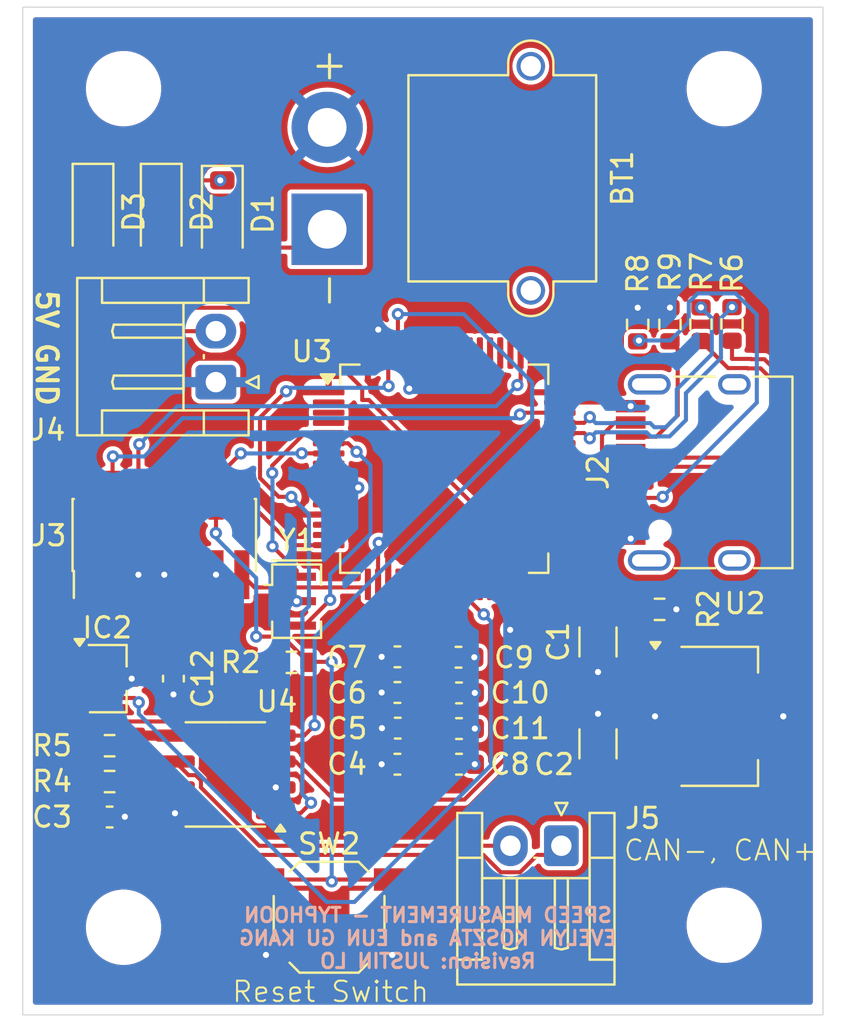
<source format=kicad_pcb>
(kicad_pcb (version 20240108) (generator "pcbnew") (generator_version "8.0")
  (layers (0 "F.Cu" signal) (31 "B.Cu" signal) (34 "B.Paste" user) (35 "F.Paste" user) (36 "B.SilkS" user "B.Silkscreen") (37 "F.SilkS" user "F.Silkscreen") (38 "B.Mask" user) (39 "F.Mask" user) (44 "Edge.Cuts" user))
  (net 0 "")
  (net 1 "+3V3")
  (net 2 "RESET_PROG")
  (net 3 "codeio")
  (net 5 "Net-(J1-CC1)")
  (net 6 "CAN_RX")
  (net 7 "CAN_TX")
  (net 10 "codeclk")
  (net 13 "GND")
  (net 14 "+5V")
  (net 15 "Prog_RX")
  (net 16 "Prog_TX")
  (net 17 "CAN-")
  (net 18 "CAN+")
  (net 19 "+BATT")
  (net 20 "5VA")
  (net 21 "Net-(C3-Pad1)")
  (net 22 "+5VD")
  (net 23 "Net-(J2-CC1)")
  (net 27 "/D-")
  (net 29 "Net-(J2-CC2)")
  (net 31 "/D+")
  (net 33 "Net-(IC2-OUTPUT)")
  (net 34 "USB-")
  (net 35 "USB+")
  (net 66 "Net-(U3-PF0)")
  (net 67 "Net-(U3-PF1)")
  (footprint "Capacitor_SMD:C_0603_1608Metric" (layer "F.Cu") (at 87.2 97.5)
    (property "Reference" "C4")
    (property "Value" "100n")
  )
  (footprint "Resistor_SMD:R_0603_1608Metric" (layer "F.Cu") (at 73.0656 96.5908)
    (property "Reference" "R5")
    (property "Value" "60")
  )
  (footprint "Resistor_SMD:R_0603_1608Metric" (layer "F.Cu") (at 100.584 75.9206 -90)
    (property "Reference" "R9")
    (property "Value" "5.1K")
  )
  (footprint "Capacitor_SMD:C_0603_1608Metric" (layer "F.Cu") (at 87.2 93.98)
    (property "Reference" "C6")
    (property "Value" "100n")
  )
  (footprint "Connector_USB:USB_C_Receptacle_HRO_TYPE-C-31-M-12" (layer "F.Cu") (at 102.7 83.18 90)
    (property "Reference" "J2")
    (property "Value" "USB_C_Receptacle_USB2.0")
  )
  (footprint "Capacitor_SMD:C_1206_3216Metric" (layer "F.Cu") (at 97.05 96.5 90)
    (property "Reference" "C2")
    (property "Value" "22u")
  )
  (footprint "Package_TO_SOT_SMD:SOT-223-3_TabPin2" (layer "F.Cu") (at 103 95.15)
    (property "Reference" "U2")
    (property "Value" "TS2940CW33_RPG")
  )
  (footprint "Diode_SMD:D_SOD-123" (layer "F.Cu") (at 78.6 70.5 -90)
    (property "Reference" "D1")
    (property "Value" "D_Schottky")
  )
  (footprint "Capacitor_SMD:C_1206_3216Metric" (layer "F.Cu") (at 97.05 91.5 -90)
    (property "Reference" "C1")
    (property "Value" "0.47u")
  )
  (footprint "Resistor_SMD:R_0603_1608Metric" (layer "F.Cu") (at 99 75.925 -90)
    (property "Reference" "R8")
    (property "Value" "5.1K")
  )
  (footprint "MountingHole:MountingHole_3.2mm_M3_ISO14580" (layer "F.Cu") (at 103.25 64.35)
    (property "Reference" "H1" (hide yes))
    (property "Value" "MountingHole")
  )
  (footprint "Capacitor_SMD:C_0603_1608Metric" (layer "F.Cu") (at 90.225 94 180)
    (property "Reference" "C10")
    (property "Value" "100n")
  )
  (footprint "Capacitor_SMD:C_0603_1608Metric" (layer "F.Cu") (at 87.2 92.23)
    (property "Reference" "C7")
    (property "Value" "100n")
  )
  (footprint "Resistor_SMD:R_0603_1608Metric" (layer "F.Cu") (at 103.632 75.8952 -90)
    (property "Reference" "R6")
    (property "Value" "22")
  )
  (footprint "Resistor_SMD:R_0603_1608Metric" (layer "F.Cu") (at 73.0656 98.3508 180)
    (property "Reference" "R4")
    (property "Value" "60")
  )
  (footprint "Resistor_SMD:R_0603_1608Metric" (layer "F.Cu") (at 82 92.5)
    (property "Reference" "R2")
    (property "Value" "10K")
  )
  (footprint "Diode_SMD:D_SOD-123" (layer "F.Cu") (at 72.25 70.4 -90)
    (property "Reference" "D3")
    (property "Value" "D_Schottky")
  )
  (footprint "Capacitor_SMD:C_0603_1608Metric" (layer "F.Cu") (at 90.225 97.5 180)
    (property "Reference" "C8")
    (property "Value" "10n")
  )
  (footprint "Connector_JST:JST_EH_S2B-EH_1x02_P2.50mm_Horizontal" (layer "F.Cu") (at 95.25 101.5 180)
    (property "Reference" "J5")
    (property "Value" "Conn_01x02_Pin")
  )
  (footprint "Button_Switch_SMD:SW_SPST_SKQG_WithStem" (layer "F.Cu") (at 83.8442 105.0078)
    (property "Reference" "SW2")
    (property "Value" "SW_Push")
  )
  (footprint "Resistor_SMD:R_0603_1608Metric" (layer "F.Cu") (at 102.108 75.9074 -90)
    (property "Reference" "R7")
    (property "Value" "22")
  )
  (footprint "Package_SO:SOIC-8_3.9x4.9mm_P1.27mm" (layer "F.Cu") (at 78.75 98 180)
    (property "Reference" "U4")
    (property "Value" "TJA1051T-3")
  )
  (footprint "Capacitor_SMD:C_0603_1608Metric" (layer "F.Cu") (at 87.215 95.73)
    (property "Reference" "C5")
    (property "Value" "100n")
  )
  (footprint "Diode_SMD:D_SOD-123" (layer "F.Cu") (at 75.6 70.4 -90)
    (property "Reference" "D2")
    (property "Value" "D_Schottky")
  )
  (footprint "MountingHole:MountingHole_3.2mm_M3_ISO14580" (layer "F.Cu") (at 73.75 64.35)
    (property "Reference" "H2" (hide yes))
    (property "Value" "MountingHole")
  )
  (footprint "MountingHole:MountingHole_3.2mm_M3_ISO14580" (layer "F.Cu") (at 73.75 105.5)
    (property "Reference" "H3" (hide yes))
    (property "Value" "MountingHole")
  )
  (footprint "Capacitor_SMD:C_0603_1608Metric" (layer "F.Cu") (at 90.225 95.75 180)
    (property "Reference" "C11")
    (property "Value" "100n")
  )
  (footprint "Connector_AMASS:AMASS_XT30PW-M_1x02_P2.50mm_Horizontal" (layer "F.Cu") (at 83.75 71.25 -90)
    (property "Reference" "BT1")
    (property "Value" "XT30")
  )
  (footprint "Capacitor_SMD:C_0603_1608Metric" (layer "F.Cu") (at 90.2 92.25 180)
    (property "Reference" "C9")
    (property "Value" "1u")
  )
  (footprint "Connector_JST:JST_EH_S2B-EH_1x02_P2.50mm_Horizontal" (layer "F.Cu") (at 78.2825 78.75 90)
    (property "Reference" "J4")
    (property "Value" "Conn_01x02_Pin")
  )
  (footprint "MountingHole:MountingHole_3.2mm_M3_ISO14580" (layer "F.Cu") (at 103.25 105.4)
    (property "Reference" "H4" (hide yes))
    (property "Value" "MountingHole")
  )
  (footprint "Capacitor_SMD:C_0603_1608Metric" (layer "F.Cu") (at 76.2 93.3 -90)
    (property "Reference" "C12")
    (property "Value" "100nF")
  )
  (footprint "Package_QFP:LQFP-64_10x10mm_P0.5mm" (layer "F.Cu") (at 89.5 83)
    (property "Reference" "U3")
    (property "Value" "STM32F072RBTx")
  )
  (footprint "Crystal:Resonator_SMD_Murata_CSTxExxV-3Pin_3.0x1.1mm" (layer "F.Cu") (at 82.25 89.5 -90)
    (property "Reference" "Y1")
    (property "Value" "8M")
  )
  (footprint "Package_TO_SOT_SMD:SC-59" (layer "F.Cu") (at 72.95 93.3)
    (property "Reference" "IC2")
    (property "Value" "AH1912-W-7")
  )
  (footprint "Connector_PinHeader_1.27mm:PinHeader_2x07_P1.27mm_Vertical_SMD" (layer "F.Cu") (at 75.75 86.25 90)
    (property "Reference" "J3")
    (property "Value" "Conn_ST_STDC14")
  )
  (footprint "Resistor_SMD:R_0603_1608Metric" (layer "F.Cu") (at 100.075 89.9)
    (property "Reference" "R2")
    (property "Value" "5.1k")
  )
  (footprint "Capacitor_SMD:C_0603_1608Metric" (layer "F.Cu") (at 73.0656 100.0908)
    (property "Reference" "C3")
    (property "Value" "4.7n")
  )
  (gr_poly (pts (xy 108.1 60.35) (xy 108.1 109.8) (xy 68.8 109.8) (xy 68.8 60.35)) (stroke (width 0.05)) (fill none) (layer "Edge.Cuts"))
  (gr_text "SPEED MEASUREMENT - TYPHOON\nEVELYN KOSZTA and EUN GU KANG\nRevision: JUSTIN LO" (at 88.6968 107.569 0) (layer "B.SilkS") (effects (font (size 0.7 0.7) (thickness 0.15) (bold yes)) (justify bottom mirror)))
  (gr_text "CAN-, CAN+\n" (at 98.2472 102.3112 0) (layer "F.SilkS") (effects (font (size 1 1) (thickness 0.1)) (justify left bottom)))
  (gr_text "Reset Switch\n" (at 79.0194 109.2454 0) (layer "F.SilkS") (effects (font (size 1 1) (thickness 0.1)) (justify left bottom)))
  (gr_text "5V GND\n" (at 69.3928 74.1426 -90) (layer "F.SilkS") (effects (font (size 1 1) (thickness 0.2) (bold yes)) (justify left bottom)))
  (segment (start 78.29 84.3) (end 78.29 83.47) (width 0.2) (layer "F.Cu") (net 2))
  (segment (start 80.264 91.2368) (end 81.5618 91.2368) (width 0.2) (layer "F.Cu") (net 2))
  (segment (start 78.29 86.1496) (end 78.2828 86.1568) (width 0.2) (layer "F.Cu") (net 2))
  (segment (start 84.0656 103.1578) (end 86.9442 103.1578) (width 0.2) (layer "F.Cu") (net 2))
  (segment (start 80.7442 103.1578) (end 83.8792 103.1578) (width 0.2) (layer "F.Cu") (net 2))
  (segment (start 81.5618 91.2368) (end 82.825 92.5) (width 0.2) (layer "F.Cu") (net 2))
  (segment (start 83.8202 82.2452) (end 83.825 82.25) (width 0.2) (layer "F.Cu") (net 2))
  (segment (start 78.29 84.3) (end 78.29 86.1496) (width 0.2) (layer "F.Cu") (net 2))
  (segment (start 83.9724 103.251) (end 84.0656 103.1578) (width 0.2) (layer "F.Cu") (net 2))
  (segment (start 83.8792 103.1578) (end 83.9724 103.251) (width 0.2) (layer "F.Cu") (net 2))
  (segment (start 83.967235 92.476235) (end 82.848765 92.476235) (width 0.2) (layer "F.Cu") (net 2))
  (segment (start 82.848765 92.476235) (end 82.825 92.5) (width 0.2) (layer "F.Cu") (net 2))
  (segment (start 82.4992 82.2452) (end 83.8202 82.2452) (width 0.2) (layer "F.Cu") (net 2))
  (segment (start 78.29 83.47) (end 79.51 82.25) (width 0.2) (layer "F.Cu") (net 2))
  (via (at 79.51 82.25) (size 0.6) (drill 0.3) (layers "F.Cu" "B.Cu") (net 2))
  (via (at 82.4992 82.2452) (size 0.6) (drill 0.3) (layers "F.Cu" "B.Cu") (net 2))
  (via (at 83.967235 92.476235) (size 0.6) (drill 0.3) (layers "F.Cu" "B.Cu") (net 2))
  (via (at 80.264 91.2368) (size 0.6) (drill 0.3) (layers "F.Cu" "B.Cu") (net 2))
  (via (at 78.2828 86.1568) (size 0.6) (drill 0.3) (layers "F.Cu" "B.Cu") (net 2))
  (via (at 83.9724 103.251) (size 0.6) (drill 0.3) (layers "F.Cu" "B.Cu") (net 2))
  (segment (start 78.2828 86.1568) (end 78.2828 86.381329) (width 0.2) (layer "B.Cu") (net 2))
  (segment (start 83.9724 103.251) (end 83.9724 92.4814) (width 0.2) (layer "B.Cu") (net 2))
  (segment (start 79.51 82.25) (end 82.4944 82.25) (width 0.2) (layer "B.Cu") (net 2))
  (segment (start 80.264 88.362529) (end 80.264 91.2368) (width 0.2) (layer "B.Cu") (net 2))
  (segment (start 78.2828 86.381329) (end 80.264 88.362529) (width 0.2) (layer "B.Cu") (net 2))
  (segment (start 82.4944 82.25) (end 82.4992 82.2452) (width 0.2) (layer "B.Cu") (net 2))
  (segment (start 83.9724 92.4814) (end 83.967235 92.476235) (width 0.2) (layer "B.Cu") (net 2))
  (segment (start 93.3082 80.25) (end 95.175 80.25) (width 0.2) (layer "F.Cu") (net 3))
  (segment (start 73.21 82.4158) (end 73.2282 82.3976) (width 0.2) (layer "F.Cu") (net 3))
  (segment (start 93.218 80.3402) (end 93.3082 80.25) (width 0.2) (layer "F.Cu") (net 3))
  (segment (start 73.21 84.3) (end 73.21 82.4158) (width 0.2) (layer "F.Cu") (net 3))
  (via (at 73.2282 82.3976) (size 0.6) (drill 0.3) (layers "F.Cu" "B.Cu") (net 3))
  (via (at 93.218 80.3402) (size 0.6) (drill 0.3) (layers "F.Cu" "B.Cu") (net 3))
  (segment (start 74.772129 82.3976) (end 76.651729 80.518) (width 0.2) (layer "B.Cu") (net 3))
  (segment (start 93.0402 80.518) (end 93.218 80.3402) (width 0.2) (layer "B.Cu") (net 3))
  (segment (start 76.651729 80.518) (end 93.0402 80.518) (width 0.2) (layer "B.Cu") (net 3))
  (segment (start 73.2282 82.3976) (end 74.772129 82.3976) (width 0.2) (layer "B.Cu") (net 3))
  (segment (start 82.6194 96.095) (end 83.1342 95.5802) (width 0.2) (layer "F.Cu") (net 6))
  (segment (start 87.2236 75.4126) (end 87.2236 77.2986) (width 0.2) (layer "F.Cu") (net 6))
  (segment (start 87.2236 77.2986) (end 87.25 77.325) (width 0.2) (layer "F.Cu") (net 6))
  (segment (start 81.225 96.095) (end 82.6194 96.095) (width 0.2) (layer "F.Cu") (net 6))
  (via (at 83.1342 95.5802) (size 0.6) (drill 0.3) (layers "F.Cu" "B.Cu") (net 6))
  (via (at 87.2236 75.4126) (size 0.6) (drill 0.3) (layers "F.Cu" "B.Cu") (net 6))
  (segment (start 83.1342 91.272529) (end 93.818 80.588729) (width 0.2) (layer "B.Cu") (net 6))
  (segment (start 83.1342 95.5802) (end 83.1342 91.272529) (width 0.2) (layer "B.Cu") (net 6))
  (segment (start 93.818 80.588729) (end 93.818 78.770871) (width 0.2) (layer "B.Cu") (net 6))
  (segment (start 93.818 78.770871) (end 90.459729 75.4126) (width 0.2) (layer "B.Cu") (net 6))
  (segment (start 90.459729 75.4126) (end 87.2236 75.4126) (width 0.2) (layer "B.Cu") (net 6))
  (segment (start 81.371271 84.3788) (end 80.4514 83.458929) (width 0.2) (layer "F.Cu") (net 7))
  (segment (start 82.4416 99.905) (end 82.9564 99.3902) (width 0.2) (layer "F.Cu") (net 7))
  (segment (start 86.75 77.325) (end 86.75 78.9268) (width 0.2) (layer "F.Cu") (net 7))
  (segment (start 81.9912 84.3788) (end 81.371271 84.3788) (width 0.2) (layer "F.Cu") (net 7))
  (segment (start 81.225 99.905) (end 82.4416 99.905) (width 0.2) (layer "F.Cu") (net 7))
  (segment (start 80.4514 80.483) (end 81.7372 79.1972) (width 0.2) (layer "F.Cu") (net 7))
  (segment (start 86.75 78.9268) (end 86.7664 78.9432) (width 0.2) (layer "F.Cu") (net 7))
  (segment (start 80.4514 83.458929) (end 80.4514 80.483) (width 0.2) (layer "F.Cu") (net 7))
  (via (at 81.9912 84.3788) (size 0.6) (drill 0.3) (layers "F.Cu" "B.Cu") (net 7))
  (via (at 86.7664 78.9432) (size 0.6) (drill 0.3) (layers "F.Cu" "B.Cu") (net 7))
  (via (at 81.7372 79.1972) (size 0.6) (drill 0.3) (layers "F.Cu" "B.Cu") (net 7))
  (via (at 82.9564 99.3902) (size 0.6) (drill 0.3) (layers "F.Cu" "B.Cu") (net 7))
  (segment (start 86.6806 79.029) (end 86.7664 78.9432) (width 0.2) (layer "B.Cu") (net 7))
  (segment (start 82.8548 89.743729) (end 82.8548 85.2424) (width 0.2) (layer "B.Cu") (net 7))
  (segment (start 82.5342 90.064329) (end 82.8548 89.743729) (width 0.2) (layer "B.Cu") (net 7))
  (segment (start 82.9564 99.3902) (end 82.5342 98.968) (width 0.2) (layer "B.Cu") (net 7))
  (segment (start 81.9054 79.029) (end 86.6806 79.029) (width 0.2) (layer "B.Cu") (net 7))
  (segment (start 82.5342 98.968) (end 82.5342 90.064329) (width 0.2) (layer "B.Cu") (net 7))
  (segment (start 81.7372 79.1972) (end 81.9054 79.029) (width 0.2) (layer "B.Cu") (net 7))
  (segment (start 82.8548 85.2424) (end 81.9912 84.3788) (width 0.2) (layer "B.Cu") (net 7))
  (segment (start 93.091 78.8924) (end 93.25 78.7334) (width 0.2) (layer "F.Cu") (net 10))
  (segment (start 74.48 84.3) (end 74.48 81.8412) (width 0.2) (layer "F.Cu") (net 10))
  (segment (start 74.48 81.8412) (end 74.5236 81.7976) (width 0.2) (layer "F.Cu") (net 10))
  (segment (start 93.25 78.7334) (end 93.25 77.325) (width 0.2) (layer "F.Cu") (net 10))
  (via (at 74.5236 81.7976) (size 0.6) (drill 0.3) (layers "F.Cu" "B.Cu") (net 10))
  (via (at 93.091 78.8924) (size 0.6) (drill 0.3) (layers "F.Cu" "B.Cu") (net 10))
  (segment (start 74.5236 81.7976) (end 76.3874 79.9338) (width 0.2) (layer "B.Cu") (net 10))
  (segment (start 76.3874 79.9338) (end 92.0496 79.9338) (width 0.2) (layer "B.Cu") (net 10))
  (segment (start 92.0496 79.9338) (end 93.091 78.8924) (width 0.2) (layer "B.Cu") (net 10))
  (segment (start 95.175 79.75) (end 98.475 79.75) (width 0.2) (layer "F.Cu") (net 13))
  (segment (start 98.475 79.75) (end 98.655 79.93) (width 0.2) (layer "F.Cu") (net 13))
  (segment (start 87.7824 77.3574) (end 87.75 77.325) (width 0.2) (layer "F.Cu") (net 13))
  (segment (start 84.63241 84.75) (end 83.825 84.75) (width 0.2) (layer "F.Cu") (net 13))
  (segment (start 92.7354 90.9066) (end 92.7354 88.6896) (width 0.2) (layer "F.Cu") (net 13))
  (segment (start 86.2584 76.1746) (end 86.2584 77.3166) (width 0.2) (layer "F.Cu") (net 13))
  (segment (start 87.7824 79.0702) (end 87.7824 77.3574) (width 0.2) (layer "F.Cu") (net 13))
  (segment (start 86.2584 77.3166) (end 86.25 77.325) (width 0.2) (layer "F.Cu") (net 13))
  (segment (start 85.2774 84.10501) (end 84.63241 84.75) (width 0.2) (layer "F.Cu") (net 13))
  (segment (start 85.2774 83.9216) (end 85.2774 84.10501) (width 0.2) (layer "F.Cu") (net 13))
  (segment (start 86.25 88.675) (end 86.25 86.6732) (width 0.2) (layer "F.Cu") (net 13))
  (segment (start 92.7354 88.6896) (end 92.75 88.675) (width 0.2) (layer "F.Cu") (net 13))
  (segment (start 86.25 86.6732) (end 86.2838 86.6394) (width 0.2) (layer "F.Cu") (net 13))
  (via (at 100.9 89.9) (size 0.6) (drill 0.3) (layers "F.Cu" "B.Cu") (net 13))
  (via (at 99.85 95.15) (size 0.6) (drill 0.3) (layers "F.Cu" "B.Cu") (net 13))
  (via (at 91 97.5) (size 0.6) (drill 0.3) (layers "F.Cu" "B.Cu") (net 13))
  (via (at 87.7824 79.0702) (size 0.6) (drill 0.3) (layers "F.Cu" "B.Cu") (net 13))
  (via (at 91 95.75) (size 0.6) (drill 0.3) (layers "F.Cu" "B.Cu") (net 13))
  (via (at 85.2774 83.9216) (size 0.6) (drill 0.3) (layers "F.Cu" "B.Cu") (net 13))
  (via (at 97.05 92.975) (size 0.6) (drill 0.3) (layers "F.Cu" "B.Cu") (net 13))
  (via (at 73.8124 100.076) (size 0.6) (drill 0.3) (layers "F.Cu" "B.Cu") (net 13))
  (via (at 86.425 93.98) (size 0.6) (drill 0.3) (layers "F.Cu" "B.Cu") (net 13))
  (via (at 86.2584 76.1746) (size 0.6) (drill 0.3) (layers "F.Cu" "B.Cu") (net 13))
  (via (at 99 75.1) (size 0.6) (drill 0.3) (layers "F.Cu" "B.Cu") (net 13))
  (via (at 86.2838 86.6394) (size 0.6) (drill 0.3) (layers "F.Cu" "B.Cu") (net 13))
  (via (at 98.655 79.93) (size 0.6) (drill 0.3) (layers "F.Cu" "B.Cu") (net 13))
  (via (at 92.7354 90.9066) (size 0.6) (drill 0.3) (layers "F.Cu" "B.Cu") (net 13))
  (via (at 98.655 86.43) (size 0.6) (drill 0.3) (layers "F.Cu" "B.Cu") (net 13))
  (via (at 86.425 92.23) (size 0.6) (drill 0.3) (layers "F.Cu" "B.Cu") (net 13))
  (via (at 80.7442 106.8578) (size 0.6) (drill 0.3) (layers "F.Cu" "B.Cu") (net 13))
  (via (at 86.425 97.5) (size 0.6) (drill 0.3) (layers "F.Cu" "B.Cu") (net 13))
  (via (at 74.48 88.2) (size 0.6) (drill 0.3) (layers "F.Cu" "B.Cu") (net 13))
  (via (at 106.15 95.15) (size 0.6) (drill 0.3) (layers "F.Cu" "B.Cu") (net 13))
  (via (at 78.29 88.2) (size 0.6) (drill 0.3) (layers "F.Cu" "B.Cu") (net 13))
  (via (at 81.225 98.635) (size 0.6) (drill 0.3) (layers "F.Cu" "B.Cu") (net 13))
  (via (at 74.15 93.3) (size 0.6) (drill 0.3) (layers "F.Cu" "B.Cu") (net 13))
  (via (at 106.15 95.15) (size 0.6) (drill 0.3) (layers "F.Cu" "B.Cu") (net 13))
  (via (at 100.584 75.0956) (size 0.6) (drill 0.3) (layers "F.Cu" "B.Cu") (net 13))
  (via (at 76.275 99.905) (size 0.6) (drill 0.3) (layers "F.Cu" "B.Cu") (net 13))
  (via (at 86.9442 106.8578) (size 0.6) (drill 0.3) (layers "F.Cu" "B.Cu") (net 13))
  (via (at 75.75 88.2) (size 0.6) (drill 0.3) (layers "F.Cu" "B.Cu") (net 13))
  (via (at 90.975 92.25) (size 0.6) (drill 0.3) (layers "F.Cu" "B.Cu") (net 13))
  (via (at 82.25 89.5) (size 0.6) (drill 0.3) (layers "F.Cu" "B.Cu") (net 13))
  (via (at 76.2 94.075) (size 0.6) (drill 0.3) (layers "F.Cu" "B.Cu") (net 13))
  (via (at 97.05 95.025) (size 0.6) (drill 0.3) (layers "F.Cu" "B.Cu") (net 13))
  (via (at 86.44 95.73) (size 0.6) (drill 0.3) (layers "F.Cu" "B.Cu") (net 13))
  (via (at 91 94) (size 0.6) (drill 0.3) (layers "F.Cu" "B.Cu") (net 13))
  (segment (start 71.651304 71.3) (end 71.35 71.601304) (width 0.2) (layer "F.Cu") (net 14))
  (segment (start 74.85 71.3) (end 71.651304 71.3) (width 0.2) (layer "F.Cu") (net 14))
  (segment (start 75.6 72.05) (end 74.85 71.3) (width 0.2) (layer "F.Cu") (net 14))
  (segment (start 71.35 72.498696) (end 75.101304 76.25) (width 0.2) (layer "F.Cu") (net 14))
  (segment (start 75.101304 76.25) (end 78.2825 76.25) (width 0.2) (layer "F.Cu") (net 14))
  (segment (start 71.35 71.601304) (end 71.35 72.498696) (width 0.2) (layer "F.Cu") (net 14))
  (segment (start 79.56 88.2) (end 80.184999 88.824999) (width 0.2) (layer "F.Cu") (net 15))
  (segment (start 80.184999 88.824999) (end 85.600001 88.824999) (width 0.2) (layer "F.Cu") (net 15))
  (segment (start 85.600001 88.824999) (end 85.75 88.675) (width 0.2) (layer "F.Cu") (net 15))
  (segment (start 82.01 86.75) (end 83.825 86.75) (width 0.2) (layer "F.Cu") (net 16))
  (segment (start 79.56 84.3) (end 82.01 86.75) (width 0.2) (layer "F.Cu") (net 16))
  (segment (start 74.72 97.365) (end 76.275 97.365) (width 0.2) (layer "F.Cu") (net 17))
  (segment (start 92.75 101.5) (end 80.41 101.5) (width 0.2) (layer "F.Cu") (net 17))
  (segment (start 74.676 97.409) (end 74.72 97.365) (width 0.2) (layer "F.Cu") (net 17))
  (segment (start 77.290552 98.035) (end 76.945 98.035) (width 0.2) (layer "F.Cu") (net 17))
  (segment (start 77.55 98.64) (end 77.55 98.294448) (width 0.2) (layer "F.Cu") (net 17))
  (segment (start 73.8906 96.7506) (end 74.549 97.409) (width 0.2) (layer "F.Cu") (net 17))
  (segment (start 76.945 98.035) (end 76.275 97.365) (width 0.2) (layer "F.Cu") (net 17))
  (segment (start 74.549 97.409) (end 74.676 97.409) (width 0.2) (layer "F.Cu") (net 17))
  (segment (start 80.41 101.5) (end 77.55 98.64) (width 0.2) (layer "F.Cu") (net 17))
  (segment (start 77.55 98.294448) (end 77.290552 98.035) (width 0.2) (layer "F.Cu") (net 17))
  (segment (start 73.8906 96.5908) (end 73.8906 96.7506) (width 0.2) (layer "F.Cu") (net 17))
  (segment (start 94.8 101.95) (end 94.076346 101.95) (width 0.2) (layer "F.Cu") (net 18))
  (segment (start 80.223603 101.95) (end 76.908603 98.635) (width 0.2) (layer "F.Cu") (net 18))
  (segment (start 92.273654 102.8) (end 91.423654 101.95) (width 0.2) (layer "F.Cu") (net 18))
  (segment (start 91.423654 101.95) (end 80.223603 101.95) (width 0.2) (layer "F.Cu") (net 18))
  (segment (start 73.8906 98.3508) (end 75.9908 98.3508) (width 0.2) (layer "F.Cu") (net 18))
  (segment (start 95.25 101.5) (end 94.8 101.95) (width 0.2) (layer "F.Cu") (net 18))
  (segment (start 93.226346 102.8) (end 92.273654 102.8) (width 0.2) (layer "F.Cu") (net 18))
  (segment (start 75.9908 98.3508) (end 76.275 98.635) (width 0.2) (layer "F.Cu") (net 18))
  (segment (start 94.076346 101.95) (end 93.226346 102.8) (width 0.2) (layer "F.Cu") (net 18))
  (segment (start 76.908603 98.635) (end 76.275 98.635) (width 0.2) (layer "F.Cu") (net 18))
  (segment (start 82.85 72.15) (end 83.75 71.25) (width 0.2) (layer "F.Cu") (net 19))
  (segment (start 78.6 72.15) (end 82.85 72.15) (width 0.2) (layer "F.Cu") (net 19))
  (segment (start 99.85 92.85) (end 99.85 92.825) (width 0.2) (layer "F.Cu") (net 20))
  (segment (start 97.05 90.025) (end 95.85 91.225) (width 0.2) (layer "F.Cu") (net 20))
  (segment (start 95.85 93.873696) (end 90.488696 99.235) (width 0.2) (layer "F.Cu") (net 20))
  (segment (start 78.4606 95.395048) (end 78.453248 95.4024) (width 0.2) (layer "F.Cu") (net 20))
  (segment (start 95.85 91.225) (end 95.85 93.873696) (width 0.2) (layer "F.Cu") (net 20))
  (segment (start 80.430552 97.365) (end 78.4606 95.395048) (width 0.2) (layer "F.Cu") (net 20))
  (segment (start 70.0786 95.4024) (end 70.0786 70.9214) (width 0.2) (layer "F.Cu") (net 20))
  (segment (start 72.35 68.85) (end 72.25 68.75) (width 0.2) (layer "F.Cu") (net 20))
  (segment (start 82.199999 97.365) (end 81.225 97.365) (width 0.2) (layer "F.Cu") (net 20))
  (segment (start 78.6 68.85) (end 78.5 68.85) (width 0.2) (layer "F.Cu") (net 20))
  (segment (start 81.225 97.365) (end 80.430552 97.365) (width 0.2) (layer "F.Cu") (net 20))
  (segment (start 78.453248 95.4024) (end 70.0786 95.4024) (width 0.2) (layer "F.Cu") (net 20))
  (segment (start 70.0786 70.9214) (end 72.25 68.75) (width 0.2) (layer "F.Cu") (net 20))
  (segment (start 78.5 68.85) (end 72.35 68.85) (width 0.2) (layer "F.Cu") (net 20))
  (segment (start 99.85 92.825) (end 97.05 90.025) (width 0.2) (layer "F.Cu") (net 20))
  (segment (start 84.069999 99.235) (end 82.199999 97.365) (width 0.2) (layer "F.Cu") (net 20))
  (segment (start 90.488696 99.235) (end 84.069999 99.235) (width 0.2) (layer "F.Cu") (net 20))
  (via (at 78.5 68.85) (size 0.6) (drill 0.3) (layers "F.Cu" "B.Cu") (net 20))
  (segment (start 72.2406 100.0408) (end 72.2906 100.0908) (width 0.2) (layer "F.Cu") (net 21))
  (segment (start 72.2406 96.5908) (end 72.2406 100.0408) (width 0.2) (layer "F.Cu") (net 21))
  (segment (start 75.3 75.1) (end 79.3672 75.1) (width 0.2) (layer "F.Cu") (net 22))
  (segment (start 97.247 82.297314) (end 97.23 82.314314) (width 0.2) (layer "F.Cu") (net 22))
  (segment (start 85.471 79.629) (end 85.8012 79.629) (width 0.2) (layer "F.Cu") (net 22))
  (segment (start 97.23 85.13) (end 97.73 85.63) (width 0.2) (layer "F.Cu") (net 22))
  (segment (start 81.8642 77.597) (end 84.0232 77.597) (width 0.2) (layer "F.Cu") (net 22))
  (segment (start 93.3722 87.2) (end 96.16 87.2) (width 0.2) (layer "F.Cu") (net 22))
  (segment (start 97.23 82.314314) (end 97.23 85.13) (width 0.2) (layer "F.Cu") (net 22))
  (segment (start 84.0232 77.597) (end 85.471 79.0448) (width 0.2) (layer "F.Cu") (net 22))
  (segment (start 98.655 80.73) (end 97.88 80.73) (width 0.2) (layer "F.Cu") (net 22))
  (segment (start 97.73 85.63) (end 98.655 85.63) (width 0.2) (layer "F.Cu") (net 22))
  (segment (start 72.25 72.05) (end 75.3 75.1) (width 0.2) (layer "F.Cu") (net 22))
  (segment (start 79.3672 75.1) (end 81.8642 77.597) (width 0.2) (layer "F.Cu") (net 22))
  (segment (start 85.8012 79.629) (end 93.3722 87.2) (width 0.2) (layer "F.Cu") (net 22))
  (segment (start 96.16 87.2) (end 97.73 85.63) (width 0.2) (layer "F.Cu") (net 22))
  (segment (start 85.471 79.0448) (end 85.471 79.629) (width 0.2) (layer "F.Cu") (net 22))
  (segment (start 97.88 80.73) (end 97.247 81.363) (width 0.2) (layer "F.Cu") (net 22))
  (segment (start 97.247 81.363) (end 97.247 82.297314) (width 0.2) (layer "F.Cu") (net 22))
  (segment (start 100.1772 84.43) (end 98.655 84.43) (width 0.2) (layer "F.Cu") (net 23))
  (segment (start 100.2284 84.3788) (end 100.1772 84.43) (width 0.2) (layer "F.Cu") (net 23))
  (via (at 100.2284 84.3788) (size 0.6) (drill 0.3) (layers "F.Cu" "B.Cu") (net 23))
  (via (at 99.06 76.708) (size 0.6) (drill 0.3) (layers "F.Cu" "B.Cu") (net 23))
  (segment (start 104.85 75.439671) (end 103.806929 74.3966) (width 0.2) (layer "B.Cu") (net 23))
  (segment (start 100.2284 84.3788) (end 104.85 79.7572) (width 0.2) (layer "B.Cu") (net 23))
  (segment (start 101.508 75.8094) (end 100.6094 76.708) (width 0.2) (layer "B.Cu") (net 23))
  (segment (start 100.6094 76.708) (end 99.06 76.708) (width 0.2) (layer "B.Cu") (net 23))
  (segment (start 101.945271 74.3966) (end 101.508 74.833871) (width 0.2) (layer "B.Cu") (net 23))
  (segment (start 103.806929 74.3966) (end 101.945271 74.3966) (width 0.2) (layer "B.Cu") (net 23))
  (segment (start 104.85 79.7572) (end 104.85 75.439671) (width 0.2) (layer "B.Cu") (net 23))
  (segment (start 101.508 74.833871) (end 101.508 75.8094) (width 0.2) (layer "B.Cu") (net 23))
  (segment (start 104.583739 77.626) (end 105.2238 77.626) (width 0.2) (layer "F.Cu") (net 27))
  (segment (start 99.63 82.93) (end 99.68 82.98) (width 0.2) (layer "F.Cu") (net 27))
  (segment (start 106.1684 82.059) (end 105.3224 82.905) (width 0.2) (layer "F.Cu") (net 27))
  (segment (start 103.632 76.7202) (end 103.632 77.61002) (width 0.2) (layer "F.Cu") (net 27))
  (segment (start 99.63 83.93) (end 98.655 83.93) (width 0.2) (layer "F.Cu") (net 27))
  (segment (start 103.632 77.61002) (end 104.567759 77.61002) (width 0.2) (layer "F.Cu") (net 27))
  (segment (start 98.655 82.93) (end 99.63 82.93) (width 0.2) (layer "F.Cu") (net 27))
  (segment (start 99.68 83.88) (end 99.63 83.93) (width 0.2) (layer "F.Cu") (net 27))
  (segment (start 105.2238 77.626) (end 106.1684 78.5706) (width 0.2) (layer "F.Cu") (net 27))
  (segment (start 104.567759 77.61002) (end 104.583739 77.626) (width 0.2) (layer "F.Cu") (net 27))
  (segment (start 99.742501 82.93) (end 98.655 82.93) (width 0.2) (layer "F.Cu") (net 27))
  (segment (start 105.3224 82.905) (end 99.767501 82.905) (width 0.2) (layer "F.Cu") (net 27))
  (segment (start 99.767501 82.905) (end 99.742501 82.93) (width 0.2) (layer "F.Cu") (net 27))
  (segment (start 106.1684 78.5706) (end 106.1684 82.059) (width 0.2) (layer "F.Cu") (net 27))
  (segment (start 99.68 82.98) (end 99.68 83.88) (width 0.2) (layer "F.Cu") (net 27))
  (segment (start 100.965 77.1266) (end 100.584 76.7456) (width 0.2) (layer "F.Cu") (net 29))
  (segment (start 98.655 81.43) (end 99.914594 81.43) (width 0.2) (layer "F.Cu") (net 29))
  (segment (start 100.965 80.379594) (end 100.965 77.1266) (width 0.2) (layer "F.Cu") (net 29))
  (segment (start 99.914594 81.43) (end 100.965 80.379594) (width 0.2) (layer "F.Cu") (net 29))
  (segment (start 97.63 82.48) (end 97.63 83.38) (width 0.2) (layer "F.Cu") (net 31))
  (segment (start 105.7184 81.8726) (end 105.136 82.455) (width 0.2) (layer "F.Cu") (net 31))
  (segment (start 99.767501 82.455) (end 99.742501 82.43) (width 0.2) (layer "F.Cu") (net 31))
  (segment (start 99.742501 82.43) (end 98.655 82.43) (width 0.2) (layer "F.Cu") (net 31))
  (segment (start 97.63 83.38) (end 97.68 83.43) (width 0.2) (layer "F.Cu") (net 31))
  (segment (start 97.68 82.43) (end 97.63 82.48) (width 0.2) (layer "F.Cu") (net 31))
  (segment (start 97.68 83.43) (end 98.655 83.43) (width 0.2) (layer "F.Cu") (net 31))
  (segment (start 105.7184 78.757) (end 105.7184 81.8726) (width 0.2) (layer "F.Cu") (net 31))
  (segment (start 105.0374 78.076) (end 105.7184 78.757) (width 0.2) (layer "F.Cu") (net 31))
  (segment (start 105.136 82.455) (end 99.767501 82.455) (width 0.2) (layer "F.Cu") (net 31))
  (segment (start 102.108 76.7324) (end 103.4356 78.06) (width 0.2) (layer "F.Cu") (net 31))
  (segment (start 98.655 82.43) (end 97.68 82.43) (width 0.2) (layer "F.Cu") (net 31))
  (segment (start 103.4356 78.06) (end 104.381371 78.06) (width 0.2) (layer "F.Cu") (net 31))
  (segment (start 104.381371 78.06) (end 104.397371 78.076) (width 0.2) (layer "F.Cu") (net 31))
  (segment (start 104.397371 78.076) (end 105.0374 78.076) (width 0.2) (layer "F.Cu") (net 31))
  (segment (start 71.75 94.25) (end 74.2856 94.25) (width 0.2) (layer "F.Cu") (net 33))
  (segment (start 74.2856 94.25) (end 74.4982 94.4626) (width 0.2) (layer "F.Cu") (net 33))
  (segment (start 90.75 89.48241) (end 90.75 88.675) (width 0.2) (layer "F.Cu") (net 33))
  (segment (start 91.44 90.1446) (end 91.41219 90.1446) (width 0.2) (layer "F.Cu") (net 33))
  (segment (start 91.41219 90.1446) (end 90.75 89.48241) (width 0.2) (layer "F.Cu") (net 33))
  (via (at 74.4982 94.4626) (size 0.6) (drill 0.3) (layers "F.Cu" "B.Cu") (net 33))
  (via (at 91.44 90.1446) (size 0.6) (drill 0.3) (layers "F.Cu" "B.Cu") (net 33))
  (segment (start 74.4982 95.031729) (end 74.4982 94.4626) (width 0.2) (layer "B.Cu") (net 33))
  (segment (start 91.7956 97.552929) (end 85.091129 104.2574) (width 0.2) (layer "B.Cu") (net 33))
  (segment (start 91.44 90.1446) (end 91.7956 90.5002) (width 0.2) (layer "B.Cu") (net 33))
  (segment (start 83.723871 104.2574) (end 74.4982 95.031729) (width 0.2) (layer "B.Cu") (net 33))
  (segment (start 91.7956 90.5002) (end 91.7956 97.552929) (width 0.2) (layer "B.Cu") (net 33))
  (segment (start 85.091129 104.2574) (end 83.723871 104.2574) (width 0.2) (layer "B.Cu") (net 33))
  (segment (start 96.63 81.507127) (end 96.372873 81.25) (width 0.2) (layer "F.Cu") (net 34))
  (segment (start 96.372873 81.25) (end 95.175 81.25) (width 0.2) (layer "F.Cu") (net 34))
  (via (at 96.647 81.507127) (size 0.6) (drill 0.3) (layers "F.Cu" "B.Cu") (net 34))
  (via (at 103.632 75.0702) (size 0.6) (drill 0.3) (layers "F.Cu" "B.Cu") (net 34))
  (segment (start 99.431202 81.212164) (end 99.634018 81.41498) (width 0.2) (layer "B.Cu") (net 34))
  (segment (start 101.36998 80.610982) (end 101.36998 79.28822) (width 0.2) (layer "B.Cu") (net 34))
  (segment (start 99.634018 81.41498) (end 100.565982 81.41498) (width 0.2) (layer "B.Cu") (net 34))
  (segment (start 101.36998 79.28822) (end 103.088901 77.569299) (width 0.2) (layer "B.Cu") (net 34))
  (segment (start 96.647 81.507127) (end 96.941963 81.212164) (width 0.2) (layer "B.Cu") (net 34))
  (segment (start 103.088901 75.613299) (end 103.632 75.0702) (width 0.2) (layer "B.Cu") (net 34))
  (segment (start 103.088901 77.569299) (end 103.088901 75.613299) (width 0.2) (layer "B.Cu") (net 34))
  (segment (start 96.941963 81.212164) (end 99.431202 81.212164) (width 0.2) (layer "B.Cu") (net 34))
  (segment (start 100.565982 81.41498) (end 101.36998 80.610982) (width 0.2) (layer "B.Cu") (net 34))
  (segment (start 96.647 80.4672) (end 96.3642 80.75) (width 0.2) (layer "F.Cu") (net 35))
  (segment (start 96.3642 80.75) (end 95.175 80.75) (width 0.2) (layer "F.Cu") (net 35))
  (via (at 102.108 75.0824) (size 0.6) (drill 0.3) (layers "F.Cu" "B.Cu") (net 35))
  (via (at 96.647 80.4672) (size 0.6) (drill 0.3) (layers "F.Cu" "B.Cu") (net 35))
  (segment (start 102.638899 75.613299) (end 102.108 75.0824) (width 0.2) (layer "B.Cu") (net 35))
  (segment (start 100.92 80.424594) (end 100.92 79.1018) (width 0.2) (layer "B.Cu") (net 35))
  (segment (start 99.820406 80.965) (end 100.379594 80.965) (width 0.2) (layer "B.Cu") (net 35))
  (segment (start 100.92 79.1018) (end 102.638899 77.382901) (width 0.2) (layer "B.Cu") (net 35))
  (segment (start 96.941963 80.762163) (end 99.617569 80.762163) (width 0.2) (layer "B.Cu") (net 35))
  (segment (start 96.647 80.4672) (end 96.941963 80.762163) (width 0.2) (layer "B.Cu") (net 35))
  (segment (start 100.379594 80.965) (end 100.92 80.424594) (width 0.2) (layer "B.Cu") (net 35))
  (segment (start 99.617569 80.762163) (end 99.820406 80.965) (width 0.2) (layer "B.Cu") (net 35))
  (segment (start 102.638899 77.382901) (end 102.638899 75.613299) (width 0.2) (layer "B.Cu") (net 35))
  (segment (start 81.0514 82.844471) (end 82.645871 81.25) (width 0.2) (layer "F.Cu") (net 66))
  (segment (start 82.645871 81.25) (end 83.825 81.25) (width 0.2) (layer "F.Cu") (net 66))
  (segment (start 82.25 87.9904) (end 81.0641 86.8045) (width 0.2) (layer "F.Cu") (net 66))
  (segment (start 82.25 88.3) (end 82.25 87.9904) (width 0.2) (layer "F.Cu") (net 66))
  (segment (start 81.0514 83.2104) (end 81.0514 82.844471) (width 0.2) (layer "F.Cu") (net 66))
  (segment (start 81.0641 86.8045) (end 81.026 86.7664) (width 0.2) (layer "F.Cu") (net 66))
  (via (at 81.0641 86.8045) (size 0.6) (drill 0.3) (layers "F.Cu" "B.Cu") (net 66))
  (via (at 81.0514 83.2104) (size 0.6) (drill 0.3) (layers "F.Cu" "B.Cu") (net 66))
  (segment (start 81.0641 86.8045) (end 81.0641 83.2231) (width 0.2) (layer "B.Cu") (net 66))
  (segment (start 81.0641 83.2231) (end 81.0514 83.2104) (width 0.2) (layer "B.Cu") (net 66))
  (segment (start 82.25 90.7) (end 82.6296 90.7) (width 0.2) (layer "F.Cu") (net 67))
  (segment (start 85.1916 82.169) (end 84.7726 81.75) (width 0.2) (layer "F.Cu") (net 67))
  (segment (start 84.7726 81.75) (end 83.825 81.75) (width 0.2) (layer "F.Cu") (net 67))
  (segment (start 82.6296 90.7) (end 83.8962 89.4334) (width 0.2) (layer "F.Cu") (net 67))
  (via (at 85.1916 82.169) (size 0.6) (drill 0.3) (layers "F.Cu" "B.Cu") (net 67))
  (via (at 83.8962 89.4334) (size 0.6) (drill 0.3) (layers "F.Cu" "B.Cu") (net 67))
  (segment (start 83.8962 88.178471) (end 85.8774 86.197271) (width 0.2) (layer "B.Cu") (net 67))
  (segment (start 83.8962 89.4334) (end 83.8962 88.178471) (width 0.2) (layer "B.Cu") (net 67))
  (segment (start 85.8774 86.197271) (end 85.8774 82.8294) (width 0.2) (layer "B.Cu") (net 67))
  (segment (start 85.8774 82.8294) (end 85.217 82.169) (width 0.2) (layer "B.Cu") (net 67))
  (segment (start 85.217 82.169) (end 85.1916 82.169) (width 0.2) (layer "B.Cu") (net 67))
  (zone (net 1) (net_name "+3V3") (layer "F.Cu") (connect_pads (clearance 0.2)) (min_thickness 0.25) (fill yes (thermal_gap 0.5) (thermal_bridge_width 0.5))
    (polygon (pts (xy 68.5 60) (xy 68.5 110.25) (xy 108.5 110.25) (xy 108.5 60)))
  )
  (zone (net 13) (net_name "GND") (layer "B.Cu") (priority 1) (connect_pads (clearance 0.5)) (min_thickness 0.25) (fill yes (thermal_gap 0.5) (thermal_bridge_width 0.5))
    (polygon (pts (xy 68.5 60) (xy 68.5 110.25) (xy 108.5 110.25) (xy 108.5 60)))
  )
)
</source>
